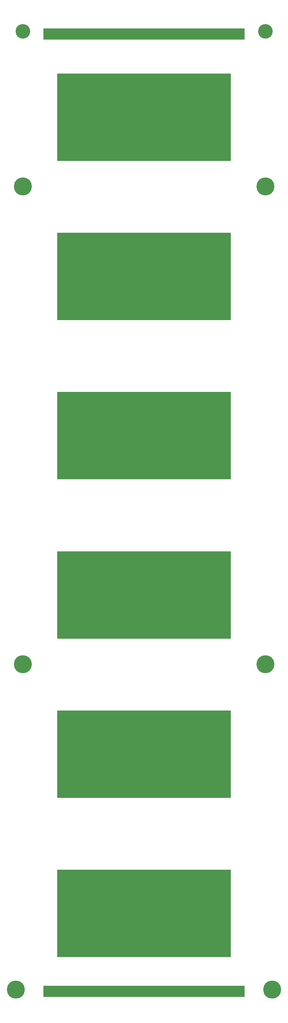
<source format=gbs>
G75*
G70*
%OFA0B0*%
%FSLAX24Y24*%
%IPPOS*%
%LPD*%
%AMOC8*
5,1,8,0,0,1.08239X$1,22.5*
%
%ADD10R,1.9765X0.9923*%
%ADD11R,2.2915X0.1261*%
%ADD12C,0.0476*%
%ADD13C,0.2049*%
%ADD14C,0.1655*%
%ADD15R,0.0476X0.0476*%
D10*
X016440Y010259D03*
X016440Y028369D03*
X016440Y046479D03*
X016440Y064589D03*
X016440Y082700D03*
X016440Y100810D03*
D11*
X016440Y110259D03*
X016440Y001400D03*
D12*
X012424Y001400D03*
X005416Y001400D03*
X024668Y029786D03*
X024668Y030889D03*
X025771Y030889D03*
X025771Y029786D03*
X027463Y001400D03*
X025849Y100259D03*
X025849Y101361D03*
X024747Y101361D03*
X024747Y100259D03*
X027463Y110259D03*
X012424Y110259D03*
X005416Y110259D03*
D13*
X001873Y001597D03*
X002660Y038605D03*
X002660Y092936D03*
X030219Y092936D03*
X030219Y038605D03*
X031007Y001597D03*
D14*
X030219Y110554D03*
X002660Y110554D03*
D15*
X008960Y104353D03*
X008960Y100810D03*
X008960Y097267D03*
X008960Y086243D03*
X008960Y082700D03*
X008960Y079156D03*
X008960Y068133D03*
X008960Y064589D03*
X008960Y061046D03*
X008960Y050023D03*
X008960Y046479D03*
X008960Y042936D03*
X008960Y031912D03*
X008960Y028369D03*
X008960Y024826D03*
X008960Y013802D03*
X008960Y010259D03*
X008960Y006715D03*
X012897Y006715D03*
X012897Y010259D03*
X012897Y013802D03*
X012897Y024865D03*
X012897Y028211D03*
X012897Y031912D03*
X012897Y042936D03*
X012897Y046479D03*
X012897Y050023D03*
X012897Y061046D03*
X012897Y064589D03*
X012897Y068133D03*
X012897Y079156D03*
X012897Y082700D03*
X012897Y086243D03*
X012897Y097267D03*
X012897Y100810D03*
X012897Y104353D03*
X019983Y104353D03*
X019983Y100810D03*
X019983Y097267D03*
X019983Y086243D03*
X019983Y082700D03*
X019983Y079156D03*
X019983Y068133D03*
X019983Y064589D03*
X019983Y061046D03*
X019983Y050023D03*
X019983Y046479D03*
X019983Y042936D03*
X019983Y031912D03*
X019983Y028369D03*
X019983Y024826D03*
X019983Y013802D03*
X019983Y010259D03*
X019983Y006715D03*
X023920Y006715D03*
X023920Y010259D03*
X023920Y013802D03*
X023920Y024826D03*
X023920Y028369D03*
X023920Y031912D03*
X023920Y042936D03*
X023920Y046479D03*
X023920Y050023D03*
X023920Y061046D03*
X023920Y064589D03*
X023920Y068133D03*
X023920Y079156D03*
X023920Y082700D03*
X023920Y086243D03*
X023920Y097267D03*
X023920Y100810D03*
X023920Y104353D03*
M02*

</source>
